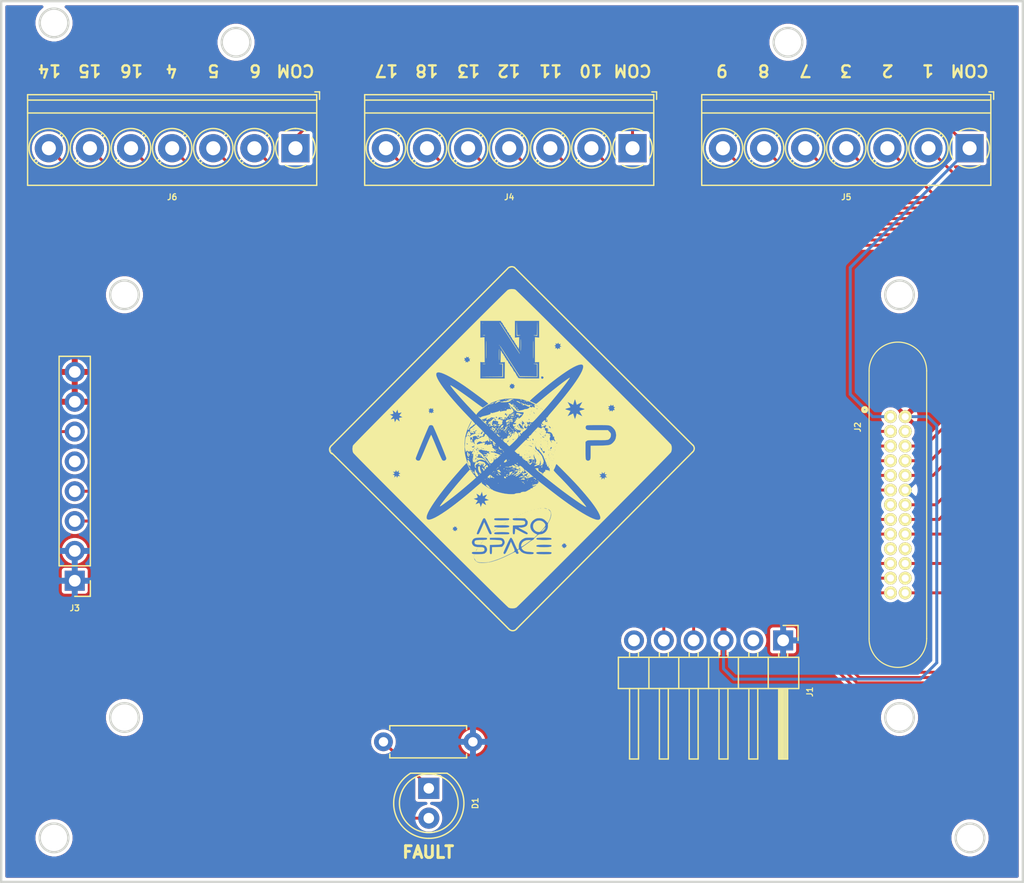
<source format=kicad_pcb>
(kicad_pcb (version 20171130) (host pcbnew "(5.1.10)-1")
  (layers (0 F.Cu signal) (31 B.Cu signal) (34 B.Paste user) (35 F.Paste user) (36 B.SilkS user) (37 F.SilkS user) (38 B.Mask user) (39 F.Mask user) (44 Edge.Cuts user))
  (net 0 "")
  (net 1 "Net-(D1-Pad2)")
  (net 2 "Net-(D1-Pad1)")
  (net 3 "Net-(J1-Pad6)")
  (net 4 "Net-(J1-Pad5)")
  (net 5 "Net-(J1-Pad4)")
  (net 6 +3V3)
  (net 7 "Net-(J1-Pad2)")
  (net 8 GND)
  (net 9 "Net-(J2-Pad26)")
  (net 10 "Net-(J2-Pad25)")
  (net 11 "Net-(J2-Pad24)")
  (net 12 "Net-(J2-Pad23)")
  (net 13 "Net-(J2-Pad22)")
  (net 14 "Net-(J2-Pad21)")
  (net 15 "Net-(J2-Pad20)")
  (net 16 "Net-(J2-Pad18)")
  (net 17 "Net-(J2-Pad17)")
  (net 18 "Net-(J2-Pad16)")
  (net 19 "Net-(J2-Pad15)")
  (net 20 "Net-(J2-Pad13)")
  (net 21 "Net-(J2-Pad12)")
  (net 22 "Net-(J2-Pad11)")
  (net 23 "Net-(J2-Pad10)")
  (net 24 "Net-(J2-Pad9)")
  (net 25 "Net-(J2-Pad8)")
  (net 26 "Net-(J2-Pad7)")
  (net 27 "Net-(J2-Pad6)")
  (net 28 "Net-(J2-Pad5)")
  (net 29 "Net-(J2-Pad4)")
  (net 30 "Net-(J2-Pad3)")
  (net 31 "Net-(J2-Pad2)")
  (net 32 "Net-(J2-Pad1)")
  (net 33 "Net-(J3-Pad5)")
  (module logos:axp_logos (layer F.Cu) (at 159.258 99.949)
    (fp_text reference G*** hide)
    (fp_text value LOGO hide)
  )
  (module G125-MV12605M1P:G125-MV12605M1P (layer F.Cu) (at 191.77 97.409 270)
    (fp_text reference J2 (at 0.889 2.794 90) (layer F.SilkS) (effects (font (size 0.5 0.5) (thickness 0.1))))
    (fp_text value G125-MH12605M4R hide)
    (pad 26 thru_hole circle (at 15 -1.25) (size 1.1 1.1) (drill 0.6) (layers *.Cu *.Mask F.SilkS) (net 9 "Net-(J2-Pad26)"))
    (pad 25 thru_hole circle (at 13.75 -1.25) (size 1.1 1.1) (drill 0.6) (layers *.Cu *.Mask F.SilkS) (net 10 "Net-(J2-Pad25)"))
    (pad 24 thru_hole circle (at 12.5 -1.25) (size 1.1 1.1) (drill 0.6) (layers *.Cu *.Mask F.SilkS) (net 11 "Net-(J2-Pad24)"))
    (pad 23 thru_hole circle (at 11.25 -1.25) (size 1.1 1.1) (drill 0.6) (layers *.Cu *.Mask F.SilkS) (net 12 "Net-(J2-Pad23)"))
    (pad 22 thru_hole circle (at 10 -1.25) (size 1.1 1.1) (drill 0.6) (layers *.Cu *.Mask F.SilkS) (net 13 "Net-(J2-Pad22)"))
    (pad 21 thru_hole circle (at 8.75 -1.25) (size 1.1 1.1) (drill 0.6) (layers *.Cu *.Mask F.SilkS) (net 14 "Net-(J2-Pad21)"))
    (pad 20 thru_hole circle (at 7.5 -1.25) (size 1.1 1.1) (drill 0.6) (layers *.Cu *.Mask F.SilkS) (net 15 "Net-(J2-Pad20)"))
    (pad 19 thru_hole circle (at 6.25 -1.25) (size 1.1 1.1) (drill 0.6) (layers *.Cu *.Mask F.SilkS) (net 8 GND))
    (pad 18 thru_hole circle (at 5 -1.25) (size 1.1 1.1) (drill 0.6) (layers *.Cu *.Mask F.SilkS) (net 16 "Net-(J2-Pad18)"))
    (pad 17 thru_hole circle (at 3.75 -1.25) (size 1.1 1.1) (drill 0.6) (layers *.Cu *.Mask F.SilkS) (net 17 "Net-(J2-Pad17)"))
    (pad 16 thru_hole circle (at 2.5 -1.25) (size 1.1 1.1) (drill 0.6) (layers *.Cu *.Mask F.SilkS) (net 18 "Net-(J2-Pad16)"))
    (pad 15 thru_hole circle (at 1.25 -1.25) (size 1.1 1.1) (drill 0.6) (layers *.Cu *.Mask F.SilkS) (net 19 "Net-(J2-Pad15)"))
    (pad 14 thru_hole circle (at 0 -1.25) (size 1.1 1.1) (drill 0.6) (layers *.Cu *.Mask F.SilkS) (net 6 +3V3))
    (pad 13 thru_hole circle (at 15 0) (size 1.1 1.1) (drill 0.6) (layers *.Cu *.Mask F.SilkS) (net 20 "Net-(J2-Pad13)"))
    (pad 12 thru_hole circle (at 13.75 0) (size 1.1 1.1) (drill 0.6) (layers *.Cu *.Mask F.SilkS) (net 21 "Net-(J2-Pad12)"))
    (pad 11 thru_hole circle (at 12.5 0) (size 1.1 1.1) (drill 0.6) (layers *.Cu *.Mask F.SilkS) (net 22 "Net-(J2-Pad11)"))
    (pad 10 thru_hole circle (at 11.25 0) (size 1.1 1.1) (drill 0.6) (layers *.Cu *.Mask F.SilkS) (net 23 "Net-(J2-Pad10)"))
    (pad 9 thru_hole circle (at 10 0) (size 1.1 1.1) (drill 0.6) (layers *.Cu *.Mask F.SilkS) (net 24 "Net-(J2-Pad9)"))
    (pad 8 thru_hole circle (at 8.75 0) (size 1.1 1.1) (drill 0.6) (layers *.Cu *.Mask F.SilkS) (net 25 "Net-(J2-Pad8)"))
    (pad 7 thru_hole circle (at 7.5 0) (size 1.1 1.1) (drill 0.6) (layers *.Cu *.Mask F.SilkS) (net 26 "Net-(J2-Pad7)"))
    (pad 6 thru_hole circle (at 6.25 0) (size 1.1 1.1) (drill 0.6) (layers *.Cu *.Mask F.SilkS) (net 27 "Net-(J2-Pad6)"))
    (pad 5 thru_hole circle (at 5 0) (size 1.1 1.1) (drill 0.6) (layers *.Cu *.Mask F.SilkS) (net 28 "Net-(J2-Pad5)"))
    (pad 4 thru_hole circle (at 3.75 0) (size 1.1 1.1) (drill 0.6) (layers *.Cu *.Mask F.SilkS) (net 29 "Net-(J2-Pad4)"))
    (pad 3 thru_hole circle (at 2.5 0) (size 1.1 1.1) (drill 0.6) (layers *.Cu *.Mask F.SilkS) (net 30 "Net-(J2-Pad3)"))
    (pad 2 thru_hole circle (at 1.25 0) (size 1.1 1.1) (drill 0.6) (layers *.Cu *.Mask F.SilkS) (net 31 "Net-(J2-Pad2)"))
    (pad 1 thru_hole circle (at 0 0) (size 1.1 1.1) (drill 0.6) (layers *.Cu *.Mask F.SilkS) (net 32 "Net-(J2-Pad1)"))
  )
  (module TerminalBlock_Phoenix:TerminalBlock_Phoenix_PT-1,5-7-3.5-H_1x07_P3.50mm_Horizontal (layer F.Cu) (at 141.097 74.549 180)
    (fp_text reference J6 (at 10.5 -4.16) (layer F.SilkS) (effects (font (size 0.5 0.5) (thickness 0.1))))
    (fp_text value Screw_Terminal_01x07)
    (pad 7 thru_hole circle (at 21 0 180) (size 2.4 2.4) (drill 1.2) (layers *.Cu *.Mask) (net 25 "Net-(J2-Pad8)"))
    (pad 6 thru_hole circle (at 17.5 0 180) (size 2.4 2.4) (drill 1.2) (layers *.Cu *.Mask) (net 27 "Net-(J2-Pad6)"))
    (pad 5 thru_hole circle (at 14 0 180) (size 2.4 2.4) (drill 1.2) (layers *.Cu *.Mask) (net 28 "Net-(J2-Pad5)"))
    (pad 4 thru_hole circle (at 10.5 0 180) (size 2.4 2.4) (drill 1.2) (layers *.Cu *.Mask) (net 29 "Net-(J2-Pad4)"))
    (pad 3 thru_hole circle (at 7 0 180) (size 2.4 2.4) (drill 1.2) (layers *.Cu *.Mask) (net 30 "Net-(J2-Pad3)"))
    (pad 2 thru_hole circle (at 3.5 0 180) (size 2.4 2.4) (drill 1.2) (layers *.Cu *.Mask) (net 31 "Net-(J2-Pad2)"))
    (pad 1 thru_hole rect (at 0 0 180) (size 2.4 2.4) (drill 1.2) (layers *.Cu *.Mask) (net 32 "Net-(J2-Pad1)"))
  )
  (module TerminalBlock_Phoenix:TerminalBlock_Phoenix_PT-1,5-7-3.5-H_1x07_P3.50mm_Horizontal (layer F.Cu) (at 198.501 74.549 180)
    (fp_text reference J5 (at 10.5 -4.16) (layer F.SilkS) (effects (font (size 0.5 0.5) (thickness 0.1))))
    (fp_text value Screw_Terminal_01x07)
    (pad 7 thru_hole circle (at 21 0 180) (size 2.4 2.4) (drill 1.2) (layers *.Cu *.Mask) (net 11 "Net-(J2-Pad24)"))
    (pad 6 thru_hole circle (at 17.5 0 180) (size 2.4 2.4) (drill 1.2) (layers *.Cu *.Mask) (net 9 "Net-(J2-Pad26)"))
    (pad 5 thru_hole circle (at 14 0 180) (size 2.4 2.4) (drill 1.2) (layers *.Cu *.Mask) (net 20 "Net-(J2-Pad13)"))
    (pad 4 thru_hole circle (at 10.5 0 180) (size 2.4 2.4) (drill 1.2) (layers *.Cu *.Mask) (net 21 "Net-(J2-Pad12)"))
    (pad 3 thru_hole circle (at 7 0 180) (size 2.4 2.4) (drill 1.2) (layers *.Cu *.Mask) (net 22 "Net-(J2-Pad11)"))
    (pad 2 thru_hole circle (at 3.5 0 180) (size 2.4 2.4) (drill 1.2) (layers *.Cu *.Mask) (net 24 "Net-(J2-Pad9)"))
    (pad 1 thru_hole rect (at 0 0 180) (size 2.4 2.4) (drill 1.2) (layers *.Cu *.Mask) (net 32 "Net-(J2-Pad1)"))
  )
  (module TerminalBlock_Phoenix:TerminalBlock_Phoenix_PT-1,5-7-3.5-H_1x07_P3.50mm_Horizontal (layer F.Cu) (at 169.799 74.549 180)
    (fp_text reference J4 (at 10.5 -4.16) (layer F.SilkS) (effects (font (size 0.5 0.5) (thickness 0.1))))
    (fp_text value Screw_Terminal_01x07)
    (pad 7 thru_hole circle (at 21 0 180) (size 2.4 2.4) (drill 1.2) (layers *.Cu *.Mask) (net 18 "Net-(J2-Pad16)"))
    (pad 6 thru_hole circle (at 17.5 0 180) (size 2.4 2.4) (drill 1.2) (layers *.Cu *.Mask) (net 17 "Net-(J2-Pad17)"))
    (pad 5 thru_hole circle (at 14 0 180) (size 2.4 2.4) (drill 1.2) (layers *.Cu *.Mask) (net 16 "Net-(J2-Pad18)"))
    (pad 4 thru_hole circle (at 10.5 0 180) (size 2.4 2.4) (drill 1.2) (layers *.Cu *.Mask) (net 15 "Net-(J2-Pad20)"))
    (pad 3 thru_hole circle (at 7 0 180) (size 2.4 2.4) (drill 1.2) (layers *.Cu *.Mask) (net 14 "Net-(J2-Pad21)"))
    (pad 2 thru_hole circle (at 3.5 0 180) (size 2.4 2.4) (drill 1.2) (layers *.Cu *.Mask) (net 13 "Net-(J2-Pad22)"))
    (pad 1 thru_hole rect (at 0 0 180) (size 2.4 2.4) (drill 1.2) (layers *.Cu *.Mask) (net 32 "Net-(J2-Pad1)"))
  )
  (module Resistor_THT:R_Axial_DIN0207_L6.3mm_D2.5mm_P7.62mm_Horizontal (layer F.Cu) (at 148.59 125.095)
    (fp_text reference FAULT (at 3.81 9.398) (layer F.SilkS) (effects (font (thickness 0.25))))
    (fp_text value R)
    (pad 2 thru_hole oval (at 7.62 0) (size 1.6 1.6) (drill 0.8) (layers *.Cu *.Mask) (net 8 GND))
    (pad 1 thru_hole circle (at 0 0) (size 1.6 1.6) (drill 0.8) (layers *.Cu *.Mask) (net 2 "Net-(D1-Pad1)"))
  )
  (module Connector_PinHeader_2.54mm:PinHeader_1x08_P2.54mm_Vertical (layer F.Cu) (at 122.301 111.379 180)
    (fp_text reference J3 (at 0 -2.33) (layer F.SilkS) (effects (font (size 0.5 0.5) (thickness 0.1))))
    (fp_text value Conn_01x08_Female)
    (pad 8 thru_hole oval (at 0 17.78 180) (size 1.7 1.7) (drill 1) (layers *.Cu *.Mask) (net 6 +3V3))
    (pad 7 thru_hole oval (at 0 15.24 180) (size 1.7 1.7) (drill 1) (layers *.Cu *.Mask) (net 6 +3V3))
    (pad 6 thru_hole oval (at 0 12.7 180) (size 1.7 1.7) (drill 1) (layers *.Cu *.Mask) (net 1 "Net-(D1-Pad2)"))
    (pad 5 thru_hole oval (at 0 10.16 180) (size 1.7 1.7) (drill 1) (layers *.Cu *.Mask) (net 33 "Net-(J3-Pad5)"))
    (pad 4 thru_hole oval (at 0 7.62 180) (size 1.7 1.7) (drill 1) (layers *.Cu *.Mask) (net 5 "Net-(J1-Pad4)"))
    (pad 3 thru_hole oval (at 0 5.08 180) (size 1.7 1.7) (drill 1) (layers *.Cu *.Mask) (net 4 "Net-(J1-Pad5)"))
    (pad 2 thru_hole oval (at 0 2.54 180) (size 1.7 1.7) (drill 1) (layers *.Cu *.Mask) (net 8 GND))
    (pad 1 thru_hole rect (at 0 0 180) (size 1.7 1.7) (drill 1) (layers *.Cu *.Mask) (net 8 GND))
  )
  (module Connector_PinHeader_2.54mm:PinHeader_1x06_P2.54mm_Horizontal (layer F.Cu) (at 182.626 116.459 270)
    (fp_text reference J1 (at 4.385 -2.27 90) (layer F.SilkS) (effects (font (size 0.5 0.5) (thickness 0.1))))
    (fp_text value Conn_01x06_Female)
    (pad 6 thru_hole oval (at 0 12.7 270) (size 1.7 1.7) (drill 1) (layers *.Cu *.Mask) (net 3 "Net-(J1-Pad6)"))
    (pad 5 thru_hole oval (at 0 10.16 270) (size 1.7 1.7) (drill 1) (layers *.Cu *.Mask) (net 4 "Net-(J1-Pad5)"))
    (pad 4 thru_hole oval (at 0 7.62 270) (size 1.7 1.7) (drill 1) (layers *.Cu *.Mask) (net 5 "Net-(J1-Pad4)"))
    (pad 3 thru_hole oval (at 0 5.08 270) (size 1.7 1.7) (drill 1) (layers *.Cu *.Mask) (net 6 +3V3))
    (pad 2 thru_hole oval (at 0 2.54 270) (size 1.7 1.7) (drill 1) (layers *.Cu *.Mask) (net 7 "Net-(J1-Pad2)"))
    (pad 1 thru_hole rect (at 0 0 270) (size 1.7 1.7) (drill 1) (layers *.Cu *.Mask) (net 8 GND))
  )
  (module LED_THT:LED_D5.0mm (layer F.Cu) (at 152.4508 129.0574 270)
    (fp_text reference D1 (at 1.27 -3.96 90) (layer F.SilkS) (effects (font (size 0.5 0.5) (thickness 0.1))))
    (fp_text value LED)
    (pad 2 thru_hole circle (at 2.54 0 270) (size 1.8 1.8) (drill 0.9) (layers *.Cu *.Mask) (net 1 "Net-(D1-Pad2)"))
    (pad 1 thru_hole rect (at 0 0 270) (size 1.8 1.8) (drill 0.9) (layers *.Cu *.Mask) (net 2 "Net-(D1-Pad1)"))
  )
  (gr_text COM (at 198.501 67.945 180) (layer F.SilkS) (effects (font (size 1 1) (thickness 0.2))))
  (gr_text 1 (at 194.945 67.945 180) (layer F.SilkS) (effects (font (size 1 1) (thickness 0.2))))
  (gr_text 2 (at 191.516 67.945 180) (layer F.SilkS) (effects (font (size 1 1) (thickness 0.2))))
  (gr_text 3 (at 187.96 67.945 180) (layer F.SilkS) (effects (font (size 1 1) (thickness 0.2))))
  (gr_text 7 (at 184.531 67.945 180) (layer F.SilkS) (effects (font (size 1 1) (thickness 0.2))))
  (gr_text 8 (at 180.975 67.945 180) (layer F.SilkS) (effects (font (size 1 1) (thickness 0.2))))
  (gr_text 9 (at 177.419 67.945 180) (layer F.SilkS) (effects (font (size 1 1) (thickness 0.2))))
  (gr_text COM (at 169.799 67.945 180) (layer F.SilkS) (effects (font (size 1 1) (thickness 0.2))))
  (gr_text 10 (at 166.243 67.945 180) (layer F.SilkS) (effects (font (size 1 1) (thickness 0.2))))
  (gr_text 11 (at 162.814 67.945 180) (layer F.SilkS) (effects (font (size 1 1) (thickness 0.2))))
  (gr_text 12 (at 159.258 67.945 180) (layer F.SilkS) (effects (font (size 1 1) (thickness 0.2))))
  (gr_text 13 (at 155.829 67.945 180) (layer F.SilkS) (effects (font (size 1 1) (thickness 0.2))))
  (gr_text 18 (at 152.273 67.945 180) (layer F.SilkS) (effects (font (size 1 1) (thickness 0.2))))
  (gr_text 17 (at 148.844 67.945 180) (layer F.SilkS) (effects (font (size 1 1) (thickness 0.2))))
  (gr_text COM (at 141.097 67.945 180) (layer F.SilkS) (effects (font (size 1 1) (thickness 0.2))))
  (gr_text 6 (at 137.668 67.945 180) (layer F.SilkS) (effects (font (size 1 1) (thickness 0.2))))
  (gr_text 5 (at 134.112 67.945 180) (layer F.SilkS) (effects (font (size 1 1) (thickness 0.2))))
  (gr_text 4 (at 130.556 67.945 180) (layer F.SilkS) (effects (font (size 1 1) (thickness 0.2))))
  (gr_text 16 (at 127.127 67.945 180) (layer F.SilkS) (effects (font (size 1 1) (thickness 0.2))))
  (gr_text 15 (at 123.571 67.945 180) (layer F.SilkS) (effects (font (size 1 1) (thickness 0.2))))
  (gr_text 14 (at 120.142 67.945 180) (layer F.SilkS) (effects (font (size 1 1) (thickness 0.2))))
  (gr_line (start 203.0376 137.026799) (end 203.0376 62.0268) (layer Edge.Cuts) (width 0.2))
  (gr_line (start 203.0376 62.0268) (end 116.0372 62.0268) (layer Edge.Cuts) (width 0.2))
  (gr_circle (center 183.0372 65.5268) (end 184.256399 65.5268) (layer Edge.Cuts) (width 0.2))
  (gr_circle (center 198.5372 133.275877) (end 199.7572 133.275877) (layer Edge.Cuts) (width 0.2))
  (gr_circle (center 136.0372 65.5268) (end 137.2564 65.5268) (layer Edge.Cuts) (width 0.2))
  (gr_line (start 116.0372 137.026799) (end 203.0372 137.026799) (layer Edge.Cuts) (width 0.2))
  (gr_circle (center 192.5372 123.026799) (end 193.7564 123.026799) (layer Edge.Cuts) (width 0.2))
  (gr_circle (center 126.5372 123.026799) (end 127.7564 123.026799) (layer Edge.Cuts) (width 0.2))
  (gr_circle (center 126.5372 87.0268) (end 127.7564 87.0268) (layer Edge.Cuts) (width 0.2))
  (gr_circle (center 192.5372 87.0268) (end 193.7564 87.0268) (layer Edge.Cuts) (width 0.2))
  (gr_circle (center 120.5372 133.275877) (end 121.7572 133.275877) (layer Edge.Cuts) (width 0.2))
  (gr_circle (center 120.5372 63.8768) (end 121.7564 63.8768) (layer Edge.Cuts) (width 0.2))
  (gr_line (start 116.0372 62.0268) (end 116.0372 137.026799) (layer Edge.Cuts) (width 0.2))
  (segment (start 119.253 127.381) (end 123.4694 131.5974) (width 0.25) (layer F.Cu) (net 1))
  (segment (start 122.301 98.679) (end 120.65 98.679) (width 0.25) (layer F.Cu) (net 1))
  (segment (start 120.65 98.679) (end 119.253 100.076) (width 0.25) (layer F.Cu) (net 1))
  (segment (start 123.4694 131.5974) (end 152.4508 131.5974) (width 0.25) (layer F.Cu) (net 1))
  (segment (start 119.253 100.076) (end 119.253 127.381) (width 0.25) (layer F.Cu) (net 1))
  (segment (start 152.4508 128.9558) (end 148.59 125.095) (width 0.25) (layer F.Cu) (net 2))
  (segment (start 152.4508 129.0574) (end 152.4508 128.9558) (width 0.25) (layer F.Cu) (net 2))
  (segment (start 169.799 106.299) (end 172.466 108.966) (width 0.25) (layer F.Cu) (net 4))
  (segment (start 172.466 108.966) (end 172.466 116.459) (width 0.25) (layer F.Cu) (net 4))
  (segment (start 122.301 106.299) (end 169.799 106.299) (width 0.25) (layer F.Cu) (net 4))
  (segment (start 170.053 103.759) (end 175.006 108.712) (width 0.25) (layer F.Cu) (net 5))
  (segment (start 175.006 108.712) (end 175.006 116.459) (width 0.25) (layer F.Cu) (net 5))
  (segment (start 122.301 103.759) (end 170.053 103.759) (width 0.25) (layer F.Cu) (net 5))
  (segment (start 193.02 97.409) (end 194.945 97.409) (width 0.25) (layer B.Cu) (net 6))
  (segment (start 194.945 97.409) (end 195.707 98.171) (width 0.25) (layer B.Cu) (net 6))
  (segment (start 195.707 98.171) (end 195.707 118.364) (width 0.25) (layer B.Cu) (net 6))
  (segment (start 195.707 118.364) (end 194.31 119.761) (width 0.25) (layer B.Cu) (net 6))
  (segment (start 194.31 119.761) (end 178.435 119.761) (width 0.25) (layer B.Cu) (net 6))
  (segment (start 177.546 118.872) (end 177.546 116.459) (width 0.25) (layer B.Cu) (net 6))
  (segment (start 178.435 119.761) (end 177.546 118.872) (width 0.25) (layer B.Cu) (net 6))
  (segment (start 193.02 112.409) (end 197.06796 112.409) (width 0.25) (layer F.Cu) (net 9))
  (segment (start 197.06796 112.409) (end 199.74896 109.728) (width 0.25) (layer F.Cu) (net 9))
  (segment (start 199.74896 109.728) (end 199.74896 84.70619) (width 0.25) (layer F.Cu) (net 9))
  (segment (start 199.74896 84.70619) (end 194.68279 79.64002) (width 0.25) (layer F.Cu) (net 9))
  (segment (start 186.09202 79.64002) (end 181.001 74.549) (width 0.25) (layer F.Cu) (net 9))
  (segment (start 194.68279 79.64002) (end 186.09202 79.64002) (width 0.25) (layer F.Cu) (net 9))
  (segment (start 193.02 109.909) (end 197.59395 109.909) (width 0.25) (layer F.Cu) (net 11))
  (segment (start 197.59395 109.909) (end 199.29895 108.204) (width 0.25) (layer F.Cu) (net 11))
  (segment (start 199.29895 108.204) (end 199.29895 84.89259) (width 0.25) (layer F.Cu) (net 11))
  (segment (start 183.04203 80.09003) (end 177.501 74.549) (width 0.25) (layer F.Cu) (net 11))
  (segment (start 194.49639 80.09003) (end 183.04203 80.09003) (width 0.25) (layer F.Cu) (net 11))
  (segment (start 199.29895 84.89259) (end 194.49639 80.09003) (width 0.25) (layer F.Cu) (net 11))
  (segment (start 193.02 107.409) (end 196.502 107.409) (width 0.25) (layer F.Cu) (net 13))
  (segment (start 196.502 107.409) (end 198.755 105.156) (width 0.25) (layer F.Cu) (net 13))
  (segment (start 198.755 105.156) (end 198.755 84.98505) (width 0.25) (layer F.Cu) (net 13))
  (segment (start 198.755 84.98505) (end 194.30999 80.54004) (width 0.25) (layer F.Cu) (net 13))
  (segment (start 172.29004 80.54004) (end 166.299 74.549) (width 0.25) (layer F.Cu) (net 13))
  (segment (start 194.30999 80.54004) (end 172.29004 80.54004) (width 0.25) (layer F.Cu) (net 13))
  (segment (start 193.02 106.159) (end 195.90499 106.159) (width 0.25) (layer F.Cu) (net 14))
  (segment (start 195.90499 106.159) (end 198.247 103.81699) (width 0.25) (layer F.Cu) (net 14))
  (segment (start 198.247 103.81699) (end 198.247 85.11346) (width 0.25) (layer F.Cu) (net 14))
  (segment (start 198.247 85.11346) (end 194.12359 80.99005) (width 0.25) (layer F.Cu) (net 14))
  (segment (start 169.24005 80.99005) (end 162.799 74.549) (width 0.25) (layer F.Cu) (net 14))
  (segment (start 194.12359 80.99005) (end 169.24005 80.99005) (width 0.25) (layer F.Cu) (net 14))
  (segment (start 193.02 104.909) (end 195.63099 104.909) (width 0.25) (layer F.Cu) (net 15))
  (segment (start 195.63099 104.909) (end 197.79699 102.743) (width 0.25) (layer F.Cu) (net 15))
  (segment (start 197.79699 102.743) (end 197.79699 85.29986) (width 0.25) (layer F.Cu) (net 15))
  (segment (start 197.79699 85.29986) (end 193.93719 81.44006) (width 0.25) (layer F.Cu) (net 15))
  (segment (start 166.19006 81.44006) (end 159.299 74.549) (width 0.25) (layer F.Cu) (net 15))
  (segment (start 193.93719 81.44006) (end 166.19006 81.44006) (width 0.25) (layer F.Cu) (net 15))
  (segment (start 193.02 102.409) (end 195.39498 102.409) (width 0.25) (layer F.Cu) (net 16))
  (segment (start 195.39498 102.409) (end 197.34698 100.457) (width 0.25) (layer F.Cu) (net 16))
  (segment (start 197.34698 100.457) (end 197.34698 85.48626) (width 0.25) (layer F.Cu) (net 16))
  (segment (start 197.34698 85.48626) (end 193.77572 81.915) (width 0.25) (layer F.Cu) (net 16))
  (segment (start 163.165 81.915) (end 155.799 74.549) (width 0.25) (layer F.Cu) (net 16))
  (segment (start 193.77572 81.915) (end 163.165 81.915) (width 0.25) (layer F.Cu) (net 16))
  (segment (start 160.11501 82.36501) (end 152.299 74.549) (width 0.25) (layer F.Cu) (net 17))
  (segment (start 193.58932 82.36501) (end 160.11501 82.36501) (width 0.25) (layer F.Cu) (net 17))
  (segment (start 196.89697 85.67266) (end 193.58932 82.36501) (width 0.25) (layer F.Cu) (net 17))
  (segment (start 196.89697 99.441) (end 196.89697 85.67266) (width 0.25) (layer F.Cu) (net 17))
  (segment (start 195.17897 101.159) (end 196.89697 99.441) (width 0.25) (layer F.Cu) (net 17))
  (segment (start 193.02 101.159) (end 195.17897 101.159) (width 0.25) (layer F.Cu) (net 17))
  (segment (start 193.02 99.909) (end 194.70896 99.909) (width 0.25) (layer F.Cu) (net 18))
  (segment (start 194.70896 99.909) (end 196.44696 98.171) (width 0.25) (layer F.Cu) (net 18))
  (segment (start 196.44696 98.171) (end 196.44696 85.85906) (width 0.25) (layer F.Cu) (net 18))
  (segment (start 196.44696 85.85906) (end 193.40292 82.81502) (width 0.25) (layer F.Cu) (net 18))
  (segment (start 157.06502 82.81502) (end 148.799 74.549) (width 0.25) (layer F.Cu) (net 18))
  (segment (start 193.40292 82.81502) (end 157.06502 82.81502) (width 0.25) (layer F.Cu) (net 18))
  (segment (start 191.77 112.409) (end 189.597 112.409) (width 0.25) (layer F.Cu) (net 20))
  (segment (start 189.597 112.409) (end 188.29403 113.71197) (width 0.25) (layer F.Cu) (net 20))
  (segment (start 188.29403 113.71197) (end 188.29403 118.1858) (width 0.25) (layer F.Cu) (net 20))
  (segment (start 188.29403 118.1858) (end 189.2812 119.17297) (width 0.25) (layer F.Cu) (net 20))
  (segment (start 189.2812 119.17297) (end 199.47003 119.17297) (width 0.25) (layer F.Cu) (net 20))
  (segment (start 199.47003 119.17297) (end 200.19897 118.44403) (width 0.25) (layer F.Cu) (net 20))
  (segment (start 200.19897 118.44403) (end 200.19897 84.51979) (width 0.25) (layer F.Cu) (net 20))
  (segment (start 200.19897 84.51979) (end 194.86919 79.19001) (width 0.25) (layer F.Cu) (net 20))
  (segment (start 189.14201 79.19001) (end 184.501 74.549) (width 0.25) (layer F.Cu) (net 20))
  (segment (start 194.86919 79.19001) (end 189.14201 79.19001) (width 0.25) (layer F.Cu) (net 20))
  (segment (start 200.64898 84.33339) (end 195.05559 78.74) (width 0.25) (layer F.Cu) (net 21))
  (segment (start 200.64898 118.7532) (end 200.64898 84.33339) (width 0.25) (layer F.Cu) (net 21))
  (segment (start 199.7792 119.62298) (end 200.64898 118.7532) (width 0.25) (layer F.Cu) (net 21))
  (segment (start 195.05559 78.74) (end 192.192 78.74) (width 0.25) (layer F.Cu) (net 21))
  (segment (start 189.0948 119.62298) (end 199.7792 119.62298) (width 0.25) (layer F.Cu) (net 21))
  (segment (start 187.84402 118.3722) (end 189.0948 119.62298) (width 0.25) (layer F.Cu) (net 21))
  (segment (start 192.192 78.74) (end 188.001 74.549) (width 0.25) (layer F.Cu) (net 21))
  (segment (start 187.84402 112.76498) (end 187.84402 118.3722) (width 0.25) (layer F.Cu) (net 21))
  (segment (start 189.45 111.159) (end 187.84402 112.76498) (width 0.25) (layer F.Cu) (net 21))
  (segment (start 191.77 111.159) (end 189.45 111.159) (width 0.25) (layer F.Cu) (net 21))
  (segment (start 201.09899 84.14699) (end 191.501 74.549) (width 0.25) (layer F.Cu) (net 22))
  (segment (start 201.09899 118.9396) (end 201.09899 84.14699) (width 0.25) (layer F.Cu) (net 22))
  (segment (start 199.9656 120.07299) (end 201.09899 118.9396) (width 0.25) (layer F.Cu) (net 22))
  (segment (start 188.9084 120.07299) (end 199.9656 120.07299) (width 0.25) (layer F.Cu) (net 22))
  (segment (start 187.39401 118.5586) (end 188.9084 120.07299) (width 0.25) (layer F.Cu) (net 22))
  (segment (start 187.39401 111.69099) (end 187.39401 118.5586) (width 0.25) (layer F.Cu) (net 22))
  (segment (start 189.176 109.909) (end 187.39401 111.69099) (width 0.25) (layer F.Cu) (net 22))
  (segment (start 191.77 109.909) (end 189.176 109.909) (width 0.25) (layer F.Cu) (net 22))
  (segment (start 195.001 74.549) (end 201.549 81.097) (width 0.25) (layer F.Cu) (net 24))
  (segment (start 201.549 81.097) (end 201.549 119.126) (width 0.25) (layer F.Cu) (net 24))
  (segment (start 201.549 119.126) (end 200.152 120.523) (width 0.25) (layer F.Cu) (net 24))
  (segment (start 200.152 120.523) (end 188.722 120.523) (width 0.25) (layer F.Cu) (net 24))
  (segment (start 188.722 120.523) (end 186.944 118.745) (width 0.25) (layer F.Cu) (net 24))
  (segment (start 186.944 118.745) (end 186.944 109.22) (width 0.25) (layer F.Cu) (net 24))
  (segment (start 188.755 107.409) (end 191.77 107.409) (width 0.25) (layer F.Cu) (net 24))
  (segment (start 186.944 109.22) (end 188.755 107.409) (width 0.25) (layer F.Cu) (net 24))
  (segment (start 191.77 106.159) (end 190.22595 106.159) (width 0.25) (layer F.Cu) (net 25))
  (segment (start 190.22595 106.159) (end 169.58203 85.51508) (width 0.25) (layer F.Cu) (net 25))
  (segment (start 131.06308 85.51508) (end 120.097 74.549) (width 0.25) (layer F.Cu) (net 25))
  (segment (start 169.58203 85.51508) (end 131.06308 85.51508) (width 0.25) (layer F.Cu) (net 25))
  (segment (start 191.77 103.659) (end 188.36236 103.659) (width 0.25) (layer F.Cu) (net 27))
  (segment (start 188.36236 103.659) (end 169.76843 85.06507) (width 0.25) (layer F.Cu) (net 27))
  (segment (start 134.11307 85.06507) (end 123.597 74.549) (width 0.25) (layer F.Cu) (net 27))
  (segment (start 169.76843 85.06507) (end 134.11307 85.06507) (width 0.25) (layer F.Cu) (net 27))
  (segment (start 191.77 102.409) (end 187.74877 102.409) (width 0.25) (layer F.Cu) (net 28))
  (segment (start 187.74877 102.409) (end 169.95483 84.61506) (width 0.25) (layer F.Cu) (net 28))
  (segment (start 137.16306 84.61506) (end 127.097 74.549) (width 0.25) (layer F.Cu) (net 28))
  (segment (start 169.95483 84.61506) (end 137.16306 84.61506) (width 0.25) (layer F.Cu) (net 28))
  (segment (start 140.21305 84.16505) (end 130.597 74.549) (width 0.25) (layer F.Cu) (net 29))
  (segment (start 170.14123 84.16505) (end 140.21305 84.16505) (width 0.25) (layer F.Cu) (net 29))
  (segment (start 187.13518 101.159) (end 170.14123 84.16505) (width 0.25) (layer F.Cu) (net 29))
  (segment (start 191.77 101.159) (end 187.13518 101.159) (width 0.25) (layer F.Cu) (net 29))
  (segment (start 191.77 99.909) (end 186.52159 99.909) (width 0.25) (layer F.Cu) (net 30))
  (segment (start 186.52159 99.909) (end 170.32763 83.71504) (width 0.25) (layer F.Cu) (net 30))
  (segment (start 143.26304 83.71504) (end 134.097 74.549) (width 0.25) (layer F.Cu) (net 30))
  (segment (start 170.32763 83.71504) (end 143.26304 83.71504) (width 0.25) (layer F.Cu) (net 30))
  (segment (start 191.77 98.659) (end 185.908 98.659) (width 0.25) (layer F.Cu) (net 31))
  (segment (start 185.908 98.659) (end 170.51403 83.26503) (width 0.25) (layer F.Cu) (net 31))
  (segment (start 146.31303 83.26503) (end 137.597 74.549) (width 0.25) (layer F.Cu) (net 31))
  (segment (start 170.51403 83.26503) (end 146.31303 83.26503) (width 0.25) (layer F.Cu) (net 31))
  (segment (start 141.097 74.549) (end 141.097 73.66) (width 0.25) (layer F.Cu) (net 32))
  (segment (start 141.097 73.66) (end 143.129 71.628) (width 0.25) (layer F.Cu) (net 32))
  (segment (start 195.58 71.628) (end 198.501 74.549) (width 0.25) (layer F.Cu) (net 32))
  (segment (start 169.799 74.549) (end 169.799 71.628) (width 0.25) (layer F.Cu) (net 32))
  (segment (start 169.799 71.628) (end 195.58 71.628) (width 0.25) (layer F.Cu) (net 32))
  (segment (start 143.129 71.628) (end 169.799 71.628) (width 0.25) (layer F.Cu) (net 32))
  (segment (start 191.77 97.409) (end 190.246 97.409) (width 0.25) (layer B.Cu) (net 32))
  (segment (start 190.246 97.409) (end 188.341 95.504) (width 0.25) (layer B.Cu) (net 32))
  (segment (start 188.341 84.709) (end 198.501 74.549) (width 0.25) (layer B.Cu) (net 32))
  (segment (start 188.341 95.504) (end 188.341 84.709) (width 0.25) (layer B.Cu) (net 32))
  (zone (net 8) (net_name GND) (layer B.Cu) (connect_pads (clearance 0.254)) (min_thickness 0.254) (fill yes (arc_segments 32) (thermal_gap 0.508) (thermal_bridge_width 0.508))
    (polygon (pts (xy 202.946 137.033) (xy 116.078 137.033) (xy 116.078 62.103) (xy 202.946 62.103)))
  )
  (zone (net 6) (net_name +3V3) (layer F.Cu) (connect_pads (clearance 0.254)) (min_thickness 0.254) (fill yes (arc_segments 32) (thermal_gap 0.508) (thermal_bridge_width 0.508))
    (polygon (pts (xy 202.946 137.033) (xy 116.078 137.033) (xy 116.078 62.103) (xy 202.946 62.103)))
  )
)
</source>
